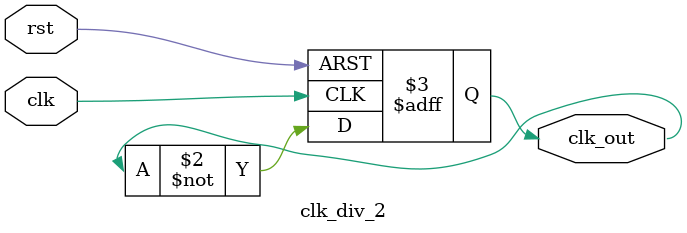
<source format=v>
module clk_div_2 ( clk ,rst,clk_out);
output reg clk_out;
input clk ;
input rst;
always @(posedge clk or posedge rst)
begin
if (rst)
     clk_out <= 1'b0;
else
     clk_out <= ~clk_out;	
end
endmodule

</source>
